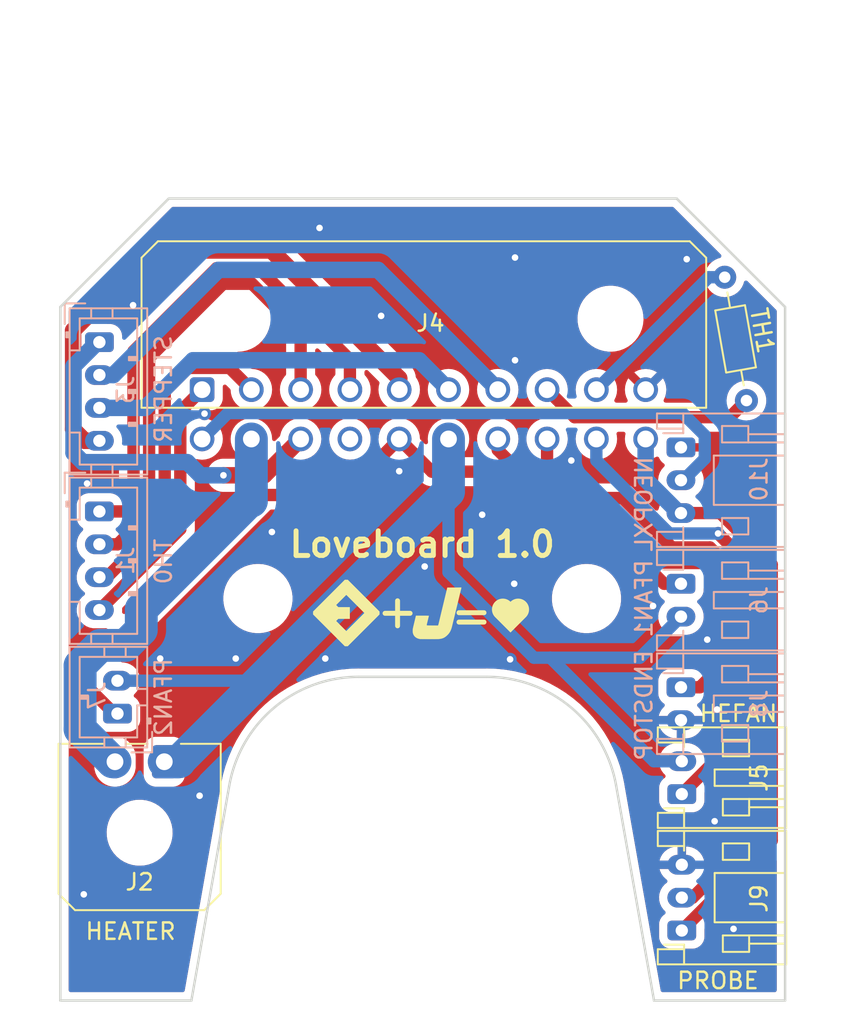
<source format=kicad_pcb>
(kicad_pcb (version 20211014) (generator pcbnew)
  (layers (0 "F.Cu" signal) (31 "B.Cu" signal) (34 "B.Paste" user) (35 "F.Paste" user) (36 "B.SilkS" user "B.Silkscreen") (37 "F.SilkS" user "F.Silkscreen") (38 "B.Mask" user) (39 "F.Mask" user) (44 "Edge.Cuts" user))
  (net 0 "")
  (net 1 "Net-(J1-Pad1)")
  (net 2 "Net-(J1-Pad2)")
  (net 3 "Net-(J1-Pad3)")
  (net 4 "Net-(J1-Pad4)")
  (net 5 "+24V")
  (net 6 "Net-(J2-Pad2)")
  (net 7 "Net-(J3-Pad2)")
  (net 8 "Net-(J3-Pad3)")
  (net 9 "Net-(J3-Pad4)")
  (net 10 "Net-(J4-Pad9)")
  (net 11 "GND")
  (net 13 "Net-(J4-Pad15)")
  (net 14 "Net-(J4-Pad17)")
  (net 15 "Net-(J4-Pad18)")
  (net 16 "Net-(J4-Pad19)")
  (net 17 "+5V")
  (net 18 "Net-(J4-Pad8)")
  (net 19 "Net-(J4-Pad11)")
  (net 20 "Net-(J4-Pad13)")
  (footprint "MountingHole:MountingHole_3.2mm_M3" (layer "F.Cu") (at 161.5 100.5)
    (fp_text reference "R" hide)
    (fp_text value "MountingHole_3.2mm_M3")
    (pad "" np_thru_hole circle (at 0 0) (size 3.2 3.2) (drill 3.2) (layers *.Cu *.Mask))
  )
  (footprint "Connector_JST:JST_PH_S3B-PH-K_1x03_P2.00mm_Horizontal" (layer "F.Cu") (at 167.3 120.7 90)
    (fp_text reference "J9" (at 1.95 4.7 90) (layer "F.SilkS"))
    (fp_text value "PROBE")
    (pad "1" thru_hole roundrect (at 0 0 90) (size 1.2 1.75) (drill 0.75) (layers *.Cu *.Mask) (roundrect_rratio 0.2083333333) (net 17 "+5V"))
    (pad "2" thru_hole oval (at 2 0 90) (size 1.2 1.75) (drill 0.75) (layers *.Cu *.Mask) (net 16 "Net-(J4-Pad19)"))
    (pad "3" thru_hole oval (at 4 0 90) (size 1.2 1.75) (drill 0.75) (layers *.Cu *.Mask) (net 11 "GND"))
  )
  (footprint "Connector_Molex:Molex_Micro-Fit_3.0_43650-0200_1x02_P3.00mm_Horizontal" (layer "F.Cu") (at 135.8 110.43 180)
    (fp_text reference "J2" (at 1.5 -7.32) (layer "F.SilkS"))
    (fp_text value "HEATER")
    (pad "" np_thru_hole circle (at 1.5 -4.32 180) (size 3 3) (drill 3) (layers *.Cu *.Mask))
    (pad "1" thru_hole roundrect (at 0 0 180) (size 1.5 2.02) (drill 1.02) (layers *.Cu *.Mask) (roundrect_rratio 0.1666673333) (net 5 "+24V"))
    (pad "2" thru_hole oval (at 3 0 180) (size 1.5 2.02) (drill 1.02) (layers *.Cu *.Mask) (net 6 "Net-(J2-Pad2)"))
  )
  (footprint "Resistor_THT:R_Axial_DIN0204_L3.6mm_D1.6mm_P7.62mm_Horizontal" (layer "F.Cu") (at 171.2366 88.452118 100)
    (fp_text reference "TH1" (at 4.020226 1.687136 100) (layer "F.SilkS"))
    (fp_text value "CHAMBER_RESISTOR NTC3950")
    (pad "1" thru_hole circle (at 0 0 100) (size 1.4 1.4) (drill 0.7) (layers *.Cu *.Mask) (net 18 "Net-(J4-Pad8)"))
    (pad "2" thru_hole oval (at 7.62 0 100) (size 1.4 1.4) (drill 0.7) (layers *.Cu *.Mask) (net 10 "Net-(J4-Pad9)"))
  )
  (footprint "logos:EVA_Logo" (layer "F.Cu") (at 144.846955 99.346955)
    (fp_text reference "svg2mod" hide)
    (fp_text value "G***" hide)
  )
  (footprint "logos:Jevermeister_Logo" (layer "F.Cu") (at 150.864782 99.780405)
    (fp_text reference "svg2mod" hide)
    (fp_text value "G***" hide)
  )
  (footprint "MountingHole:MountingHole_3.2mm_M3" (layer "F.Cu") (at 141.5 100.5)
    (fp_text reference "L" hide)
    (fp_text value "MountingHole_3.2mm_M3")
    (pad "" np_thru_hole circle (at 0 0) (size 3.2 3.2) (drill 3.2) (layers *.Cu *.Mask))
  )
  (footprint "Connector_Molex:Molex_Micro-Fit_3.0_43045-2000_2x10_P3.00mm_Horizontal" (layer "F.Cu") (at 138.1 87.79)
    (fp_text reference "J4" (at 13.9 -4.04) (layer "F.SilkS"))
    (fp_text value "Main connector")
    (pad "" np_thru_hole circle (at 2.16 -4.32) (size 3 3) (drill 3) (layers *.Cu *.Mask))
    (pad "" np_thru_hole circle (at 24.86 -4.32) (size 3 3) (drill 3) (layers *.Cu *.Mask))
    (pad "1" thru_hole roundrect (at 0 0) (size 1.5 1.5) (drill 1.02) (layers *.Cu *.Mask) (roundrect_rratio 0.1666673333) (net 4 "Net-(J1-Pad4)"))
    (pad "2" thru_hole circle (at 3 0) (size 1.5 1.5) (drill 1.02) (layers *.Cu *.Mask) (net 3 "Net-(J1-Pad3)"))
    (pad "3" thru_hole circle (at 6 0) (size 1.5 1.5) (drill 1.02) (layers *.Cu *.Mask) (net 2 "Net-(J1-Pad2)"))
    (pad "4" thru_hole circle (at 9 0) (size 1.5 1.5) (drill 1.02) (layers *.Cu *.Mask) (net 1 "Net-(J1-Pad1)"))
    (pad "5" thru_hole circle (at 12 0) (size 1.5 1.5) (drill 1.02) (layers *.Cu *.Mask) (net 9 "Net-(J3-Pad4)"))
    (pad "6" thru_hole circle (at 15 0) (size 1.5 1.5) (drill 1.02) (layers *.Cu *.Mask) (net 8 "Net-(J3-Pad3)"))
    (pad "7" thru_hole circle (at 18 0) (size 1.5 1.5) (drill 1.02) (layers *.Cu *.Mask) (net 7 "Net-(J3-Pad2)"))
    (pad "8" thru_hole circle (at 21 0) (size 1.5 1.5) (drill 1.02) (layers *.Cu *.Mask) (net 18 "Net-(J4-Pad8)"))
    (pad "9" thru_hole circle (at 24 0) (size 1.5 1.5) (drill 1.02) (layers *.Cu *.Mask) (net 10 "Net-(J4-Pad9)"))
    (pad "10" thru_hole circle (at 27 0) (size 1.5 1.5) (drill 1.02) (layers *.Cu *.Mask) (net 11 "GND"))
    (pad "11" thru_hole circle (at 0 3) (size 1.5 1.5) (drill 1.02) (layers *.Cu *.Mask) (net 19 "Net-(J4-Pad11)"))
    (pad "12" thru_hole circle (at 3 3) (size 1.5 1.5) (drill 1.02) (layers *.Cu *.Mask) (net 6 "Net-(J2-Pad2)"))
    (pad "13" thru_hole circle (at 6 3) (size 1.5 1.5) (drill 1.02) (layers *.Cu *.Mask) (net 20 "Net-(J4-Pad13)"))
    (pad "14" thru_hole circle (at 9 3) (size 1.5 1.5) (drill 1.02) (layers *.Cu *.Mask))
    (pad "15" thru_hole circle (at 12 3) (size 1.5 1.5) (drill 1.02) (layers *.Cu *.Mask) (net 13 "Net-(J4-Pad15)"))
    (pad "16" thru_hole circle (at 15 3) (size 1.5 1.5) (drill 1.02) (layers *.Cu *.Mask) (net 5 "+24V"))
    (pad "17" thru_hole circle (at 18 3) (size 1.5 1.5) (drill 1.02) (layers *.Cu *.Mask) (net 14 "Net-(J4-Pad17)"))
    (pad "18" thru_hole circle (at 21 3) (size 1.5 1.5) (drill 1.02) (layers *.Cu *.Mask) (net 15 "Net-(J4-Pad18)"))
    (pad "19" thru_hole circle (at 24 3) (size 1.5 1.5) (drill 1.02) (layers *.Cu *.Mask) (net 16 "Net-(J4-Pad19)"))
    (pad "20" thru_hole circle (at 27 3) (size 1.5 1.5) (drill 1.02) (layers *.Cu *.Mask) (net 17 "+5V"))
  )
  (footprint "logos:Heart_Logo" (layer "F.Cu") (at 155.746551 100.5)
    (fp_text reference "svg2mod" hide)
    (fp_text value "G***" hide)
  )
  (footprint "Connector_JST:JST_PH_S2B-PH-K_1x02_P2.00mm_Horizontal" (layer "F.Cu") (at 167.3 112.4 90)
    (fp_text reference "J5" (at 1 4.7 90) (layer "F.SilkS"))
    (fp_text value "HOTENDFAN")
    (pad "1" thru_hole roundrect (at 0 0 90) (size 1.2 1.75) (drill 0.75) (layers *.Cu *.Mask) (roundrect_rratio 0.2083333333) (net 15 "Net-(J4-Pad18)"))
    (pad "2" thru_hole oval (at 2 0 90) (size 1.2 1.75) (drill 0.75) (layers *.Cu *.Mask) (net 5 "+24V"))
  )
  (footprint "Connector_JST:JST_PH_S3B-PH-K_1x03_P2.00mm_Horizontal" (layer "B.Cu") (at 167.25 91.3 -90)
    (fp_text reference "J10" (at 1.95 -4.75 90) (layer "B.SilkS") (effects (justify mirror)))
    (fp_text value "Neopixel")
    (pad "1" thru_hole roundrect (at 0 0 270) (size 1.2 1.75) (drill 0.75) (layers *.Cu *.Mask) (roundrect_rratio 0.2083333333) (net 11 "GND"))
    (pad "2" thru_hole oval (at 2 0 270) (size 1.2 1.75) (drill 0.75) (layers *.Cu *.Mask) (net 19 "Net-(J4-Pad11)"))
    (pad "3" thru_hole oval (at 4 0 270) (size 1.2 1.75) (drill 0.75) (layers *.Cu *.Mask) (net 17 "+5V"))
  )
  (footprint "Connector_JST:JST_PH_B2B-PH-K_1x02_P2.00mm_Vertical" (layer "B.Cu") (at 132.95 107.5 90)
    (fp_text reference "J7" (at 1.1 -1.25 90) (layer "B.SilkS") (effects (justify mirror)))
    (fp_text value "PARTFAN_2")
    (pad "1" thru_hole roundrect locked (at 0 0 90) (size 1.2 1.75) (drill 0.75) (layers *.Cu *.Mask) (roundrect_rratio 0.2083333333) (net 13 "Net-(J4-Pad15)"))
    (pad "2" thru_hole oval locked (at 2 0 90) (size 1.2 1.75) (drill 0.75) (layers *.Cu *.Mask) (net 5 "+24V"))
  )
  (footprint "Connector_JST:JST_PH_S2B-PH-K_1x02_P2.00mm_Horizontal" (layer "B.Cu") (at 167.25 105.9 -90)
    (fp_text reference "J8" (at 1 -4.75 90) (layer "B.SilkS") (effects (justify mirror)))
    (fp_text value "ENDSTOP_X")
    (pad "1" thru_hole roundrect (at 0 0 270) (size 1.2 1.75) (drill 0.75) (layers *.Cu *.Mask) (roundrect_rratio 0.2083333333) (net 14 "Net-(J4-Pad17)"))
    (pad "2" thru_hole oval (at 2 0 270) (size 1.2 1.75) (drill 0.75) (layers *.Cu *.Mask) (net 11 "GND"))
  )
  (footprint "Connector_JST:JST_PH_S2B-PH-K_1x02_P2.00mm_Horizontal" (layer "B.Cu") (at 167.25 99.6 -90)
    (fp_text reference "J6" (at 1 -4.75 -90) (layer "B.SilkS") (effects (justify mirror)))
    (fp_text value "PARTFAN_1")
    (pad "1" thru_hole roundrect (at 0 0 270) (size 1.2 1.75) (drill 0.75) (layers *.Cu *.Mask) (roundrect_rratio 0.2083333333) (net 13 "Net-(J4-Pad15)"))
    (pad "2" thru_hole oval (at 2 0 270) (size 1.2 1.75) (drill 0.75) (layers *.Cu *.Mask) (net 5 "+24V"))
  )
  (footprint "Connector_JST:JST_PH_B4B-PH-K_1x04_P2.00mm_Vertical" (layer "B.Cu") (at 131.85 84.9 -90)
    (fp_text reference "J3" (at 2.9 -1.6 90) (layer "B.SilkS") (effects (justify mirror)))
    (fp_text value "STEPPER")
    (pad "1" thru_hole roundrect locked (at 0 0 270) (size 1.2 1.75) (drill 0.75) (layers *.Cu *.Mask) (roundrect_rratio 0.2083333333) (net 20 "Net-(J4-Pad13)"))
    (pad "2" thru_hole oval locked (at 2 0 270) (size 1.2 1.75) (drill 0.75) (layers *.Cu *.Mask) (net 7 "Net-(J3-Pad2)"))
    (pad "3" thru_hole oval locked (at 4 0 270) (size 1.2 1.75) (drill 0.75) (layers *.Cu *.Mask) (net 8 "Net-(J3-Pad3)"))
    (pad "4" thru_hole oval locked (at 6 0 270) (size 1.2 1.75) (drill 0.75) (layers *.Cu *.Mask) (net 9 "Net-(J3-Pad4)"))
  )
  (footprint "Connector_JST:JST_PH_B4B-PH-K_1x04_P2.00mm_Vertical" (layer "B.Cu") (at 131.85 95.2 -90)
    (fp_text reference "J1" (at 3 -1.6 90) (layer "B.SilkS") (effects (justify mirror)))
    (fp_text value "TH0")
    (pad "1" thru_hole roundrect locked (at 0 0 270) (size 1.2 1.75) (drill 0.75) (layers *.Cu *.Mask) (roundrect_rratio 0.2083333333) (net 1 "Net-(J1-Pad1)"))
    (pad "2" thru_hole oval locked (at 2 0 270) (size 1.2 1.75) (drill 0.75) (layers *.Cu *.Mask) (net 2 "Net-(J1-Pad2)"))
    (pad "3" thru_hole oval locked (at 4 0 270) (size 1.2 1.75) (drill 0.75) (layers *.Cu *.Mask) (net 3 "Net-(J1-Pad3)"))
    (pad "4" thru_hole oval locked (at 6 0 270) (size 1.2 1.75) (drill 0.75) (layers *.Cu *.Mask) (net 4 "Net-(J1-Pad4)"))
  )
  (gr_line (start 173.587 124.96) (end 173.587 82.76) (layer "Edge.Cuts") (width 0.15))
  (gr_line (start 166.987 76.16) (end 173.587 82.76) (layer "Edge.Cuts") (width 0.15))
  (gr_line (start 166.987 76.16) (end 136.073 76.16) (layer "Edge.Cuts") (width 0.15))
  (gr_line (start 129.473 82.76) (end 136.073 76.16) (layer "Edge.Cuts") (width 0.15))
  (gr_arc (start 139.757538 111.874815) (mid 142.493699 107.135644) (end 147.636 105.264) (layer "Edge.Cuts") (width 0.15))
  (gr_line (start 137.45 124.96) (end 139.757 111.875) (layer "Edge.Cuts") (width 0.15))
  (gr_line (start 129.473 124.96) (end 129.473 82.76) (layer "Edge.Cuts") (width 0.15))
  (gr_line (start 165.61 124.96) (end 173.587 124.96) (layer "Edge.Cuts") (width 0.15))
  (gr_line (start 129.473 124.96) (end 137.45 124.96) (layer "Edge.Cuts") (width 0.15))
  (gr_line (start 147.636 105.264) (end 155.424 105.264) (layer "Edge.Cuts") (width 0.15))
  (gr_arc (start 155.424 105.264) (mid 160.566301 107.135644) (end 163.302462 111.874815) (layer "Edge.Cuts") (width 0.15))
  (gr_line (start 163.303 111.875) (end 165.61 124.96) (layer "Edge.Cuts") (width 0.15))
  (gr_text "STEPPER" (at 135.75 87.75 90) (layer "B.SilkS") (effects (font (size 1 1)) (justify mirror)))
  (gr_text "PFAN1" (at 165 100.5 90) (layer "B.SilkS") (effects (font (size 1 1)) (justify mirror)))
  (gr_text "NEOPXL" (at 165 94.75 90) (layer "B.SilkS") (effects (font (size 1 1)) (justify mirror)))
  (gr_text "ENDSTOP" (at 165 107 90) (layer "B.SilkS") (effects (font (size 1 1)) (justify mirror)))
  (gr_text "PFAN2" (at 135.75 106.5 90) (layer "B.SilkS") (effects (font (size 1 1)) (justify mirror)))
  (gr_text "TH0" (at 135.75 98.25 90) (layer "B.SilkS") (effects (font (size 1 1)) (justify mirror)))
  (gr_text "HEATER" (at 133.75 120.75) (layer "F.SilkS") (effects (font (size 1 1))))
  (gr_text "=" (at 154.5 101.5) (layer "F.SilkS") (effects (font (size 2 2) (thickness 0.3))))
  (gr_text "HEFAN" (at 170.75 107.5) (layer "F.SilkS") (effects (font (size 1 1))))
  (gr_text "+" (at 150 101.25) (layer "F.SilkS") (effects (font (size 2 2) (thickness 0.3))))
  (gr_text "PROBE" (at 169.5 123.75) (layer "F.SilkS") (effects (font (size 1 1))))
  (gr_text "Loveboard 1.0" (at 151.5 97.2) (layer "F.SilkS") (effects (font (size 1.5 1.5) (thickness 0.3))))
  (segment (start 141.53331 80.395959) (end 147.1 85.962649) (width 0.75) (layer "F.Cu") (net 1))
  (segment (start 133.926929 94.894599) (end 133.926929 85.45572) (width 0.75) (layer "F.Cu") (net 1))
  (segment (start 134.391324 84.991324) (end 138.98669 80.395959) (width 0.75) (layer "F.Cu") (net 1))
  (segment (start 133.926929 85.45572) (end 134.391324 84.991324) (width 0.75) (layer "F.Cu") (net 1))
  (segment (start 131.65 95.2) (end 133.621528 95.2) (width 0.75) (layer "F.Cu") (net 1))
  (segment (start 133.621528 95.2) (end 133.926929 94.894599) (width 0.75) (layer "F.Cu") (net 1))
  (segment (start 147.1 85.962649) (end 147.1 87.79) (width 0.75) (layer "F.Cu") (net 1))
  (segment (start 138.98669 80.395959) (end 141.53331 80.395959) (width 0.75) (layer "F.Cu") (net 1))
  (segment (start 133.926929 85.455719) (end 134.391324 84.991324) (width 0.75) (layer "F.Cu") (net 1))
  (segment (start 144.1 84.305473) (end 144.1 87.79) (width 0.75) (layer "F.Cu") (net 2))
  (segment (start 134.876449 95.287903) (end 134.876449 85.849024) (width 0.75) (layer "F.Cu") (net 2))
  (segment (start 139.379994 81.345479) (end 141.140006 81.345479) (width 0.75) (layer "F.Cu") (net 2))
  (segment (start 141.140006 81.345479) (end 144.1 84.305473) (width 0.75) (layer "F.Cu") (net 2))
  (segment (start 132.964352 97.2) (end 134.876449 95.287903) (width 0.75) (layer "F.Cu") (net 2))
  (segment (start 131.65 97.2) (end 132.964352 97.2) (width 0.75) (layer "F.Cu") (net 2))
  (segment (start 134.876449 85.849024) (end 139.379994 81.345479) (width 0.75) (layer "F.Cu") (net 2))
  (segment (start 139.77548 86.46548) (end 141.1 87.79) (width 0.75) (layer "F.Cu") (net 3))
  (segment (start 135.825969 87.897985) (end 137.258474 86.46548) (width 0.75) (layer "F.Cu") (net 3))
  (segment (start 135.825969 95.681207) (end 135.825969 94.574031) (width 0.75) (layer "F.Cu") (net 3))
  (segment (start 131.65 99.2) (end 132.307176 99.2) (width 0.75) (layer "F.Cu") (net 3))
  (segment (start 132.307176 99.2) (end 135.825969 95.681207) (width 0.75) (layer "F.Cu") (net 3))
  (segment (start 137.258474 86.46548) (end 139.77548 86.46548) (width 0.75) (layer "F.Cu") (net 3))
  (segment (start 135.825969 95.024031) (end 135.825969 87.897985) (width 0.75) (layer "F.Cu") (net 3))
  (segment (start 131.85 101.2) (end 136.775489 96.274511) (width 0.75) (layer "F.Cu") (net 4))
  (segment (start 136.775489 89.114511) (end 138.1 87.79) (width 0.75) (layer "F.Cu") (net 4))
  (segment (start 136.775489 96.274511) (end 136.775489 89.114511) (width 0.75) (layer "F.Cu") (net 4))
  (segment (start 153.1 94) (end 153.1 90.79) (width 2) (layer "B.Cu") (net 5))
  (segment (start 132.75 105.5) (end 141.6 105.5) (width 0.75) (layer "B.Cu") (net 5))
  (segment (start 141.6 105.5) (end 142.275 104.825) (width 0.75) (layer "B.Cu") (net 5))
  (segment (start 158.3 104.1) (end 153.1 98.9) (width 0.75) (layer "B.Cu") (net 5))
  (segment (start 135.8 110.43) (end 136.47 110.43) (width 2) (layer "B.Cu") (net 5))
  (segment (start 167.25 101.6) (end 164.75 104.1) (width 0.75) (layer "B.Cu") (net 5))
  (segment (start 153.1 98.9) (end 153.1 94) (width 0.75) (layer "B.Cu") (net 5))
  (segment (start 136.67 110.43) (end 142.275 104.825) (width 2) (layer "B.Cu") (net 5))
  (segment (start 136.57 110.43) (end 136.67 110.43) (width 2) (layer "B.Cu") (net 5))
  (segment (start 159.3 104.1) (end 158.3 104.1) (width 0.75) (layer "B.Cu") (net 5))
  (segment (start 142.275 104.825) (end 153.1 94) (width 2) (layer "B.Cu") (net 5))
  (segment (start 136.47 110.43) (end 136.57 110.43) (width 2) (layer "B.Cu") (net 5))
  (segment (start 164.75 104.1) (end 159.3 104.1) (width 0.75) (layer "B.Cu") (net 5))
  (segment (start 167.3 110.4) (end 165.6 110.4) (width 0.75) (layer "B.Cu") (net 5))
  (segment (start 165.6 110.4) (end 159.3 104.1) (width 0.75) (layer "B.Cu") (net 5))
  (segment (start 135.8 110.43) (end 136.72 110.43) (width 2) (layer "B.Cu") (net 5))
  (segment (start 130.67548 104.57452) (end 131.9 103.35) (width 2) (layer "B.Cu") (net 6))
  (segment (start 132.8 110.43) (end 132.65507 110.43) (width 2) (layer "B.Cu") (net 6))
  (segment (start 131.9 103.35) (end 133.45 103.35) (width 2) (layer "B.Cu") (net 6))
  (segment (start 132.65507 110.43) (end 130.67548 108.45041) (width 2) (layer "B.Cu") (net 6))
  (segment (start 130.67548 108.45041) (end 130.67548 104.57452) (width 2) (layer "B.Cu") (net 6))
  (segment (start 141.1 94.569905) (end 141.1 90.79) (width 2) (layer "B.Cu") (net 6))
  (segment (start 134.4 101.15) (end 140.980095 94.569905) (width 2) (layer "B.Cu") (net 6))
  (segment (start 133.45 103.35) (end 134.4 102.4) (width 2) (layer "B.Cu") (net 6))
  (segment (start 134.4 102.4) (end 134.4 101.15) (width 2) (layer "B.Cu") (net 6))
  (segment (start 140.980095 94.569905) (end 141.1 94.569905) (width 2) (layer "B.Cu") (net 6))
  (segment (start 132.7 86.9) (end 131.85 86.9) (width 1) (layer "B.Cu") (net 7))
  (segment (start 148.81 80.5) (end 139.1 80.5) (width 1) (layer "B.Cu") (net 7))
  (segment (start 139.1 80.5) (end 132.7 86.9) (width 1) (layer "B.Cu") (net 7))
  (segment (start 148.81 80.5) (end 156.1 87.79) (width 1) (layer "B.Cu") (net 7))
  (segment (start 131.65 86.9) (end 132.1 86.9) (width 0.75) (layer "B.Cu") (net 7))
  (segment (start 137.547177 86) (end 151.31 86) (width 1) (layer "B.Cu") (net 8))
  (segment (start 134.647177 88.9) (end 137.547177 86) (width 1) (layer "B.Cu") (net 8))
  (segment (start 131.65 88.9) (end 134.647177 88.9) (width 1) (layer "B.Cu") (net 8))
  (segment (start 151.31 86) (end 153.1 87.79) (width 1) (layer "B.Cu") (net 8))
  (segment (start 150.1 87.1) (end 142.32144 79.32144) (width 1) (layer "F.Cu") (net 9))
  (segment (start 135.110736 79.32144) (end 131.666088 82.766088) (width 1) (layer "F.Cu") (net 9))
  (segment (start 142.32144 79.32144) (end 135.110736 79.32144) (width 1) (layer "F.Cu") (net 9))
  (segment (start 150.1 87.79) (end 150.1 87.1) (width 1) (layer "F.Cu") (net 9))
  (segment (start 130.25 90.2) (end 130.95 90.9) (width 1) (layer "F.Cu") (net 9))
  (segment (start 131.666088 82.766088) (end 130.25 84.182176) (width 1) (layer "F.Cu") (net 9))
  (segment (start 130.95 90.9) (end 131.85 90.9) (width 1) (layer "F.Cu") (net 9))
  (segment (start 130.25 84.182176) (end 130.25 90.2) (width 1) (layer "F.Cu") (net 9))
  (segment (start 168.942117 80.947883) (end 169.913401 80.947883) (width 0.75) (layer "B.Cu") (net 10))
  (segment (start 162.1 87.79) (end 168.942117 80.947883) (width 0.75) (layer "B.Cu") (net 10))
  (via (at 137.95 112.5) (size 0.8) (drill 0.4) (layers "F.Cu" "B.Cu") (net 11))
  (via (at 157.15 79.75) (size 0.8) (drill 0.4) (layers "F.Cu" "B.Cu") (net 11))
  (via (at 170.45 120.6) (size 0.8) (drill 0.4) (layers "F.Cu" "B.Cu") (net 11))
  (via (at 156.85 104.2) (size 0.8) (drill 0.4) (layers "F.Cu" "B.Cu") (net 11))
  (via (at 167.6 79.85) (size 0.8) (drill 0.4) (layers "F.Cu" "B.Cu") (net 11))
  (via (at 135.55 104.15) (size 0.8) (drill 0.4) (layers "F.Cu" "B.Cu") (net 11))
  (via (at 169.3 114.05) (size 0.8) (drill 0.4) (layers "F.Cu" "B.Cu") (net 11))
  (via (at 131.1 93.5) (size 0.8) (drill 0.4) (layers "F.Cu" "B.Cu") (net 11))
  (via (at 168.85 103) (size 0.8) (drill 0.4) (layers "F.Cu" "B.Cu") (net 11))
  (via (at 169.45 107.25) (size 0.8) (drill 0.4) (layers "F.Cu" "B.Cu") (net 11))
  (via (at 130.9 118.5) (size 0.8) (drill 0.4) (layers "F.Cu" "B.Cu") (net 11))
  (via (at 157.15 86) (size 0.8) (drill 0.4) (layers "F.Cu" "B.Cu") (net 11))
  (via (at 133.9 82.65) (size 0.8) (drill 0.4) (layers "F.Cu" "B.Cu") (net 11))
  (via (at 155.15 95.4) (size 0.8) (drill 0.4) (layers "F.Cu" "B.Cu") (net 11))
  (via (at 145.25 77.95) (size 0.8) (drill 0.4) (layers "F.Cu" "B.Cu") (net 11))
  (via (at 165.55 100.95) (size 0.8) (drill 0.4) (layers "F.Cu" "B.Cu") (net 11))
  (via (at 140.15 104.15) (size 0.8) (drill 0.4) (layers "F.Cu" "B.Cu") (net 11))
  (via (at 151.65 98.55) (size 0.8) (drill 0.4) (layers "F.Cu" "B.Cu") (net 11))
  (via (at 138.25 89.25) (size 0.8) (drill 0.4) (layers "F.Cu" "B.Cu") (net 11))
  (via (at 145.6 104.15) (size 0.8) (drill 0.4) (layers "F.Cu" "B.Cu") (net 11))
  (via (at 142.35 96.45) (size 0.8) (drill 0.4) (layers "F.Cu" "B.Cu") (net 11))
  (via (at 157.1 99.6) (size 0.8) (drill 0.4) (layers "F.Cu" "B.Cu") (net 11))
  (via (at 150.1 92.75) (size 0.8) (drill 0.4) (layers "F.Cu" "B.Cu") (net 11))
  (via (at 149 83.3) (size 0.8) (drill 0.4) (layers "F.Cu" "B.Cu") (net 11))
  (via (at 160.575 92.1) (size 0.8) (drill 0.4) (layers "F.Cu" "B.Cu") (net 11))
  (segment (start 132.75 107.5) (end 131.30048 106.05048) (width 0.75) (layer "F.Cu") (net 13))
  (segment (start 152.09 92.78) (end 150.1 90.79) (width 0.75) (layer "F.Cu") (net 13))
  (segment (start 131.3 105.213018) (end 131.3 104.8) (width 0.75) (layer "F.Cu") (net 13))
  (segment (start 131.3 104.8) (end 141.9 94.2) (width 0.75) (layer "F.Cu") (net 13))
  (segment (start 159.75 96.45) (end 156.08 92.78) (width 0.75) (layer "F.Cu") (net 13))
  (segment (start 156.08 92.78) (end 152.09 92.78) (width 0.75) (layer "F.Cu") (net 13))
  (segment (start 163.075 96.45) (end 159.75 96.45) (width 0.75) (layer "F.Cu") (net 13))
  (segment (start 167.25 99.6) (end 166.225 99.6) (width 0.75) (layer "F.Cu") (net 13))
  (segment (start 141.9 94.2) (end 146.69 94.2) (width 0.75) (layer "F.Cu") (net 13))
  (segment (start 131.30048 105.213498) (end 131.3 105.213018) (width 0.75) (layer "F.Cu") (net 13))
  (segment (start 166.225 99.6) (end 163.075 96.45) (width 0.75) (layer "F.Cu") (net 13))
  (segment (start 146.69 94.2) (end 150.1 90.79) (width 0.75) (layer "F.Cu") (net 13))
  (segment (start 131.30048 106.05048) (end 131.30048 105.213498) (width 0.75) (layer "F.Cu") (net 13))
  (segment (start 169.92644 104.37356) (end 169.92644 99.644912) (width 0.75) (layer "F.Cu") (net 14))
  (segment (start 156.1 91.457176) (end 156.1 90.79) (width 0.75) (layer "F.Cu") (net 14))
  (segment (start 168.622616 98.341088) (end 166.308912 98.341088) (width 0.75) (layer "F.Cu") (net 14))
  (segment (start 169.92644 99.644912) (end 168.622616 98.341088) (width 0.75) (layer "F.Cu") (net 14))
  (segment (start 166.308912 98.341088) (end 163.468304 95.50048) (width 0.75) (layer "F.Cu") (net 14))
  (segment (start 167.25 105.9) (end 168.4 105.9) (width 0.75) (layer "F.Cu") (net 14))
  (segment (start 160.143304 95.50048) (end 156.1 91.457176) (width 0.75) (layer "F.Cu") (net 14))
  (segment (start 168.4 105.9) (end 169.92644 104.37356) (width 0.75) (layer "F.Cu") (net 14))
  (segment (start 163.468304 95.50048) (end 160.143304 95.50048) (width 0.75) (layer "F.Cu") (net 14))
  (segment (start 160.492824 94.382176) (end 159.1 92.989352) (width 0.75) (layer "F.Cu") (net 15))
  (segment (start 169.01592 97.391568) (end 166.702216 97.391568) (width 0.75) (layer "F.Cu") (net 15))
  (segment (start 166.702216 97.391568) (end 163.692824 94.382176) (width 0.75) (layer "F.Cu") (net 15))
  (segment (start 159.1 92.989352) (end 159.1 90.79) (width 0.75) (layer "F.Cu") (net 15))
  (segment (start 170.87596 99.251608) (end 169.01592 97.391568) (width 0.75) (layer "F.Cu") (net 15))
  (segment (start 167.3 112.4) (end 170.87596 108.82404) (width 0.75) (layer "F.Cu") (net 15))
  (segment (start 170.87596 108.82404) (end 170.87596 99.251608) (width 0.75) (layer "F.Cu") (net 15))
  (segment (start 163.692824 94.382176) (end 160.492824 94.382176) (width 0.75) (layer "F.Cu") (net 15))
  (segment (start 167.3 118.7) (end 167.957176 118.7) (width 0.75) (layer "F.Cu") (net 16))
  (segment (start 171.82548 114.831696) (end 171.82548 98.858304) (width 0.75) (layer "F.Cu") (net 16))
  (segment (start 167.957176 118.7) (end 171.82548 114.831696) (width 0.75) (layer "F.Cu") (net 16))
  (segment (start 171.82548 98.858304) (end 169.508588 96.541412) (width 0.75) (layer "F.Cu") (net 16))
  (via (at 169.508588 96.541412) (size 0.8) (drill 0.4) (layers "F.Cu" "B.Cu") (net 16))
  (segment (start 166.541412 96.541412) (end 162.1 92.1) (width 0.75) (layer "B.Cu") (net 16))
  (segment (start 169.508588 96.541412) (end 166.541412 96.541412) (width 0.75) (layer "B.Cu") (net 16))
  (segment (start 162.1 92.1) (end 162.1 90.79) (width 0.75) (layer "B.Cu") (net 16))
  (segment (start 172.775 115.225) (end 172.775 98.429656) (width 0.75) (layer "F.Cu") (net 17))
  (segment (start 172.775 98.429656) (end 169.645344 95.3) (width 0.75) (layer "F.Cu") (net 17))
  (segment (start 167.3 120.7) (end 172.775 115.225) (width 0.75) (layer "F.Cu") (net 17))
  (segment (start 169.645344 95.3) (end 167.25 95.3) (width 0.75) (layer "F.Cu") (net 17))
  (segment (start 167.25 95.3) (end 167.137202 95.3) (width 1) (layer "B.Cu") (net 17))
  (segment (start 165.1 93.262798) (end 165.1 90.79) (width 1) (layer "B.Cu") (net 17))
  (segment (start 167.137202 95.3) (end 165.1 93.262798) (width 1) (layer "B.Cu") (net 17))
  (segment (start 170.223229 89.465489) (end 171.2366 88.452118) (width 0.75) (layer "F.Cu") (net 18))
  (segment (start 159.1 87.79) (end 160.775489 89.465489) (width 0.75) (layer "F.Cu") (net 18))
  (segment (start 160.775489 89.465489) (end 170.223229 89.465489) (width 0.75) (layer "F.Cu") (net 18))
  (segment (start 167.391047 93.3) (end 168.69952 91.991527) (width 0.75) (layer "B.Cu") (net 19))
  (segment (start 168.69952 90.57452) (end 167.34048 89.21548) (width 0.75) (layer "B.Cu") (net 19))
  (segment (start 168.69952 91.991527) (end 168.69952 90.57452) (width 0.75) (layer "B.Cu") (net 19))
  (segment (start 139.67452 89.21548) (end 138.1 90.79) (width 0.75) (layer "B.Cu") (net 19))
  (segment (start 167.34048 89.21548) (end 139.67452 89.21548) (width 0.75) (layer "B.Cu") (net 19))
  (segment (start 167.25 93.3) (end 167.391047 93.3) (width 0.75) (layer "B.Cu") (net 19))
  (segment (start 141.89 93) (end 144.1 90.79) (width 1) (layer "F.Cu") (net 20))
  (segment (start 139.40048 93) (end 141.89 93) (width 1) (layer "F.Cu") (net 20))
  (via (at 139.40048 93) (size 0.8) (drill 0.4) (layers "F.Cu" "B.Cu") (net 20))
  (segment (start 130.836722 92.19952) (end 130.27548 91.638278) (width 1) (layer "B.Cu") (net 20))
  (segment (start 130.27548 91.638278) (end 130.27548 86.361722) (width 1) (layer "B.Cu") (net 20))
  (segment (start 130.836722 92.19952) (end 137.19952 92.19952) (width 1) (layer "B.Cu") (net 20))
  (segment (start 137.19952 92.19952) (end 138 93) (width 1) (layer "B.Cu") (net 20))
  (segment (start 138 93) (end 139.40048 93) (width 1) (layer "B.Cu") (net 20))
  (segment (start 130.27548 86.361722) (end 131.737202 84.9) (width 1) (layer "B.Cu") (net 20))
  (zone (net 11) (net_name "GND") (layers F&B.Cu) (connect_pads (clearance 0.508)) (min_thickness 0.254) (fill yes (thermal_gap 0.508) (thermal_bridge_width 0.508))
    (polygon (pts (xy 177.25 75.25) (xy 176.6 126.4) (xy 125.8 126.35) (xy 125.8 74.7)))
  )
)
</source>
